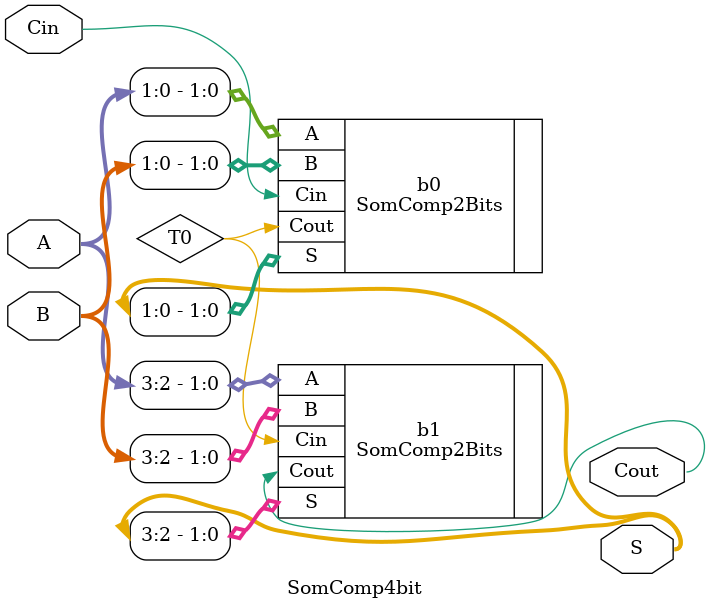
<source format=v>
module SomComp4bit(S, Cout, A, B, Cin);
	input [3:0]A; 
	input [3:0]B;
	input Cin;
	output Cout;
	output [3:0]S;
	wire T0;
	
	SomComp2Bits b0(.S(S[1:0]), .Cout(T0), .A(A[1:0]), .B(B[1:0]), .Cin(Cin));
	SomComp2Bits b1(.S(S[3:2]), .Cout(Cout), .A(A[3:2]), .B(B[3:2]), .Cin(T0));
endmodule
</source>
